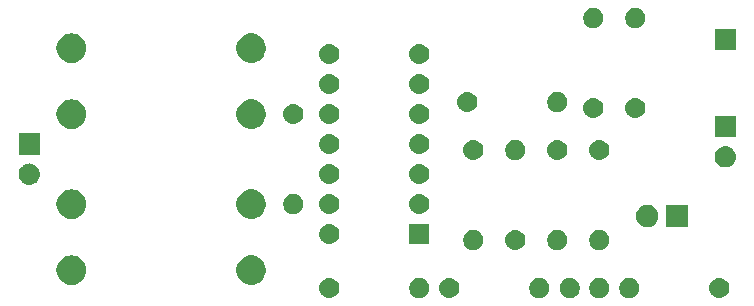
<source format=gbs>
G04 #@! TF.GenerationSoftware,KiCad,Pcbnew,5.0.2-bee76a0~70~ubuntu18.04.1*
G04 #@! TF.CreationDate,2019-03-27T19:33:44-04:00*
G04 #@! TF.ProjectId,linemonitor,6c696e65-6d6f-46e6-9974-6f722e6b6963,rev?*
G04 #@! TF.SameCoordinates,Original*
G04 #@! TF.FileFunction,Soldermask,Bot*
G04 #@! TF.FilePolarity,Negative*
%FSLAX46Y46*%
G04 Gerber Fmt 4.6, Leading zero omitted, Abs format (unit mm)*
G04 Created by KiCad (PCBNEW 5.0.2-bee76a0~70~ubuntu18.04.1) date Wed 27 Mar 2019 07:33:44 PM EDT*
%MOMM*%
%LPD*%
G01*
G04 APERTURE LIST*
%ADD10C,0.100000*%
G04 APERTURE END LIST*
D10*
G36*
X127166821Y-109397313D02*
X127166824Y-109397314D01*
X127166825Y-109397314D01*
X127327239Y-109445975D01*
X127327241Y-109445976D01*
X127327244Y-109445977D01*
X127475078Y-109524995D01*
X127604659Y-109631341D01*
X127711005Y-109760922D01*
X127790023Y-109908756D01*
X127790024Y-109908759D01*
X127790025Y-109908761D01*
X127838686Y-110069175D01*
X127838687Y-110069179D01*
X127855117Y-110236000D01*
X127838687Y-110402821D01*
X127838686Y-110402824D01*
X127838686Y-110402825D01*
X127813993Y-110484228D01*
X127790023Y-110563244D01*
X127711005Y-110711078D01*
X127604659Y-110840659D01*
X127475078Y-110947005D01*
X127327244Y-111026023D01*
X127327241Y-111026024D01*
X127327239Y-111026025D01*
X127166825Y-111074686D01*
X127166824Y-111074686D01*
X127166821Y-111074687D01*
X127041804Y-111087000D01*
X126958196Y-111087000D01*
X126833179Y-111074687D01*
X126833176Y-111074686D01*
X126833175Y-111074686D01*
X126672761Y-111026025D01*
X126672759Y-111026024D01*
X126672756Y-111026023D01*
X126524922Y-110947005D01*
X126395341Y-110840659D01*
X126288995Y-110711078D01*
X126209977Y-110563244D01*
X126186008Y-110484228D01*
X126161314Y-110402825D01*
X126161314Y-110402824D01*
X126161313Y-110402821D01*
X126144883Y-110236000D01*
X126161313Y-110069179D01*
X126161314Y-110069175D01*
X126209975Y-109908761D01*
X126209976Y-109908759D01*
X126209977Y-109908756D01*
X126288995Y-109760922D01*
X126395341Y-109631341D01*
X126524922Y-109524995D01*
X126672756Y-109445977D01*
X126672759Y-109445976D01*
X126672761Y-109445975D01*
X126833175Y-109397314D01*
X126833176Y-109397314D01*
X126833179Y-109397313D01*
X126958196Y-109385000D01*
X127041804Y-109385000D01*
X127166821Y-109397313D01*
X127166821Y-109397313D01*
G37*
G36*
X119628228Y-109417703D02*
X119783100Y-109481853D01*
X119922481Y-109574985D01*
X120041015Y-109693519D01*
X120134147Y-109832900D01*
X120198297Y-109987772D01*
X120231000Y-110152184D01*
X120231000Y-110319816D01*
X120198297Y-110484228D01*
X120134147Y-110639100D01*
X120041015Y-110778481D01*
X119922481Y-110897015D01*
X119783100Y-110990147D01*
X119628228Y-111054297D01*
X119463816Y-111087000D01*
X119296184Y-111087000D01*
X119131772Y-111054297D01*
X118976900Y-110990147D01*
X118837519Y-110897015D01*
X118718985Y-110778481D01*
X118625853Y-110639100D01*
X118561703Y-110484228D01*
X118529000Y-110319816D01*
X118529000Y-110152184D01*
X118561703Y-109987772D01*
X118625853Y-109832900D01*
X118718985Y-109693519D01*
X118837519Y-109574985D01*
X118976900Y-109481853D01*
X119131772Y-109417703D01*
X119296184Y-109385000D01*
X119463816Y-109385000D01*
X119628228Y-109417703D01*
X119628228Y-109417703D01*
G37*
G36*
X117088228Y-109417703D02*
X117243100Y-109481853D01*
X117382481Y-109574985D01*
X117501015Y-109693519D01*
X117594147Y-109832900D01*
X117658297Y-109987772D01*
X117691000Y-110152184D01*
X117691000Y-110319816D01*
X117658297Y-110484228D01*
X117594147Y-110639100D01*
X117501015Y-110778481D01*
X117382481Y-110897015D01*
X117243100Y-110990147D01*
X117088228Y-111054297D01*
X116923816Y-111087000D01*
X116756184Y-111087000D01*
X116591772Y-111054297D01*
X116436900Y-110990147D01*
X116297519Y-110897015D01*
X116178985Y-110778481D01*
X116085853Y-110639100D01*
X116021703Y-110484228D01*
X115989000Y-110319816D01*
X115989000Y-110152184D01*
X116021703Y-109987772D01*
X116085853Y-109832900D01*
X116178985Y-109693519D01*
X116297519Y-109574985D01*
X116436900Y-109481853D01*
X116591772Y-109417703D01*
X116756184Y-109385000D01*
X116923816Y-109385000D01*
X117088228Y-109417703D01*
X117088228Y-109417703D01*
G37*
G36*
X114588228Y-109417703D02*
X114743100Y-109481853D01*
X114882481Y-109574985D01*
X115001015Y-109693519D01*
X115094147Y-109832900D01*
X115158297Y-109987772D01*
X115191000Y-110152184D01*
X115191000Y-110319816D01*
X115158297Y-110484228D01*
X115094147Y-110639100D01*
X115001015Y-110778481D01*
X114882481Y-110897015D01*
X114743100Y-110990147D01*
X114588228Y-111054297D01*
X114423816Y-111087000D01*
X114256184Y-111087000D01*
X114091772Y-111054297D01*
X113936900Y-110990147D01*
X113797519Y-110897015D01*
X113678985Y-110778481D01*
X113585853Y-110639100D01*
X113521703Y-110484228D01*
X113489000Y-110319816D01*
X113489000Y-110152184D01*
X113521703Y-109987772D01*
X113585853Y-109832900D01*
X113678985Y-109693519D01*
X113797519Y-109574985D01*
X113936900Y-109481853D01*
X114091772Y-109417703D01*
X114256184Y-109385000D01*
X114423816Y-109385000D01*
X114588228Y-109417703D01*
X114588228Y-109417703D01*
G37*
G36*
X94146821Y-109397313D02*
X94146824Y-109397314D01*
X94146825Y-109397314D01*
X94307239Y-109445975D01*
X94307241Y-109445976D01*
X94307244Y-109445977D01*
X94455078Y-109524995D01*
X94584659Y-109631341D01*
X94691005Y-109760922D01*
X94770023Y-109908756D01*
X94770024Y-109908759D01*
X94770025Y-109908761D01*
X94818686Y-110069175D01*
X94818687Y-110069179D01*
X94835117Y-110236000D01*
X94818687Y-110402821D01*
X94818686Y-110402824D01*
X94818686Y-110402825D01*
X94793993Y-110484228D01*
X94770023Y-110563244D01*
X94691005Y-110711078D01*
X94584659Y-110840659D01*
X94455078Y-110947005D01*
X94307244Y-111026023D01*
X94307241Y-111026024D01*
X94307239Y-111026025D01*
X94146825Y-111074686D01*
X94146824Y-111074686D01*
X94146821Y-111074687D01*
X94021804Y-111087000D01*
X93938196Y-111087000D01*
X93813179Y-111074687D01*
X93813176Y-111074686D01*
X93813175Y-111074686D01*
X93652761Y-111026025D01*
X93652759Y-111026024D01*
X93652756Y-111026023D01*
X93504922Y-110947005D01*
X93375341Y-110840659D01*
X93268995Y-110711078D01*
X93189977Y-110563244D01*
X93166008Y-110484228D01*
X93141314Y-110402825D01*
X93141314Y-110402824D01*
X93141313Y-110402821D01*
X93124883Y-110236000D01*
X93141313Y-110069179D01*
X93141314Y-110069175D01*
X93189975Y-109908761D01*
X93189976Y-109908759D01*
X93189977Y-109908756D01*
X93268995Y-109760922D01*
X93375341Y-109631341D01*
X93504922Y-109524995D01*
X93652756Y-109445977D01*
X93652759Y-109445976D01*
X93652761Y-109445975D01*
X93813175Y-109397314D01*
X93813176Y-109397314D01*
X93813179Y-109397313D01*
X93938196Y-109385000D01*
X94021804Y-109385000D01*
X94146821Y-109397313D01*
X94146821Y-109397313D01*
G37*
G36*
X104306821Y-109397313D02*
X104306824Y-109397314D01*
X104306825Y-109397314D01*
X104467239Y-109445975D01*
X104467241Y-109445976D01*
X104467244Y-109445977D01*
X104615078Y-109524995D01*
X104744659Y-109631341D01*
X104851005Y-109760922D01*
X104930023Y-109908756D01*
X104930024Y-109908759D01*
X104930025Y-109908761D01*
X104978686Y-110069175D01*
X104978687Y-110069179D01*
X104995117Y-110236000D01*
X104978687Y-110402821D01*
X104978686Y-110402824D01*
X104978686Y-110402825D01*
X104953993Y-110484228D01*
X104930023Y-110563244D01*
X104851005Y-110711078D01*
X104744659Y-110840659D01*
X104615078Y-110947005D01*
X104467244Y-111026023D01*
X104467241Y-111026024D01*
X104467239Y-111026025D01*
X104306825Y-111074686D01*
X104306824Y-111074686D01*
X104306821Y-111074687D01*
X104181804Y-111087000D01*
X104098196Y-111087000D01*
X103973179Y-111074687D01*
X103973176Y-111074686D01*
X103973175Y-111074686D01*
X103812761Y-111026025D01*
X103812759Y-111026024D01*
X103812756Y-111026023D01*
X103664922Y-110947005D01*
X103535341Y-110840659D01*
X103428995Y-110711078D01*
X103349977Y-110563244D01*
X103326008Y-110484228D01*
X103301314Y-110402825D01*
X103301314Y-110402824D01*
X103301313Y-110402821D01*
X103284883Y-110236000D01*
X103301313Y-110069179D01*
X103301314Y-110069175D01*
X103349975Y-109908761D01*
X103349976Y-109908759D01*
X103349977Y-109908756D01*
X103428995Y-109760922D01*
X103535341Y-109631341D01*
X103664922Y-109524995D01*
X103812756Y-109445977D01*
X103812759Y-109445976D01*
X103812761Y-109445975D01*
X103973175Y-109397314D01*
X103973176Y-109397314D01*
X103973179Y-109397313D01*
X104098196Y-109385000D01*
X104181804Y-109385000D01*
X104306821Y-109397313D01*
X104306821Y-109397313D01*
G37*
G36*
X112008228Y-109417703D02*
X112163100Y-109481853D01*
X112302481Y-109574985D01*
X112421015Y-109693519D01*
X112514147Y-109832900D01*
X112578297Y-109987772D01*
X112611000Y-110152184D01*
X112611000Y-110319816D01*
X112578297Y-110484228D01*
X112514147Y-110639100D01*
X112421015Y-110778481D01*
X112302481Y-110897015D01*
X112163100Y-110990147D01*
X112008228Y-111054297D01*
X111843816Y-111087000D01*
X111676184Y-111087000D01*
X111511772Y-111054297D01*
X111356900Y-110990147D01*
X111217519Y-110897015D01*
X111098985Y-110778481D01*
X111005853Y-110639100D01*
X110941703Y-110484228D01*
X110909000Y-110319816D01*
X110909000Y-110152184D01*
X110941703Y-109987772D01*
X111005853Y-109832900D01*
X111098985Y-109693519D01*
X111217519Y-109574985D01*
X111356900Y-109481853D01*
X111511772Y-109417703D01*
X111676184Y-109385000D01*
X111843816Y-109385000D01*
X112008228Y-109417703D01*
X112008228Y-109417703D01*
G37*
G36*
X101848228Y-109417703D02*
X102003100Y-109481853D01*
X102142481Y-109574985D01*
X102261015Y-109693519D01*
X102354147Y-109832900D01*
X102418297Y-109987772D01*
X102451000Y-110152184D01*
X102451000Y-110319816D01*
X102418297Y-110484228D01*
X102354147Y-110639100D01*
X102261015Y-110778481D01*
X102142481Y-110897015D01*
X102003100Y-110990147D01*
X101848228Y-111054297D01*
X101683816Y-111087000D01*
X101516184Y-111087000D01*
X101351772Y-111054297D01*
X101196900Y-110990147D01*
X101057519Y-110897015D01*
X100938985Y-110778481D01*
X100845853Y-110639100D01*
X100781703Y-110484228D01*
X100749000Y-110319816D01*
X100749000Y-110152184D01*
X100781703Y-109987772D01*
X100845853Y-109832900D01*
X100938985Y-109693519D01*
X101057519Y-109574985D01*
X101196900Y-109481853D01*
X101351772Y-109417703D01*
X101516184Y-109385000D01*
X101683816Y-109385000D01*
X101848228Y-109417703D01*
X101848228Y-109417703D01*
G37*
G36*
X87559635Y-107473019D02*
X87740903Y-107509075D01*
X87968571Y-107603378D01*
X88063488Y-107666800D01*
X88173469Y-107740287D01*
X88347713Y-107914531D01*
X88347715Y-107914534D01*
X88484622Y-108119429D01*
X88578925Y-108347097D01*
X88627000Y-108588787D01*
X88627000Y-108835213D01*
X88578925Y-109076903D01*
X88484622Y-109304571D01*
X88390138Y-109445975D01*
X88347713Y-109509469D01*
X88173469Y-109683713D01*
X88173466Y-109683715D01*
X87968571Y-109820622D01*
X87740903Y-109914925D01*
X87590213Y-109944899D01*
X87499214Y-109963000D01*
X87252786Y-109963000D01*
X87161787Y-109944899D01*
X87011097Y-109914925D01*
X86783429Y-109820622D01*
X86578534Y-109683715D01*
X86578531Y-109683713D01*
X86404287Y-109509469D01*
X86361862Y-109445975D01*
X86267378Y-109304571D01*
X86173075Y-109076903D01*
X86125000Y-108835213D01*
X86125000Y-108588787D01*
X86173075Y-108347097D01*
X86267378Y-108119429D01*
X86404285Y-107914534D01*
X86404287Y-107914531D01*
X86578531Y-107740287D01*
X86688512Y-107666800D01*
X86783429Y-107603378D01*
X87011097Y-107509075D01*
X87192365Y-107473019D01*
X87252786Y-107461000D01*
X87499214Y-107461000D01*
X87559635Y-107473019D01*
X87559635Y-107473019D01*
G37*
G36*
X72381239Y-107479101D02*
X72617053Y-107550634D01*
X72834381Y-107666799D01*
X73024871Y-107823129D01*
X73181201Y-108013619D01*
X73297366Y-108230947D01*
X73368899Y-108466761D01*
X73393053Y-108712000D01*
X73368899Y-108957239D01*
X73297366Y-109193053D01*
X73181201Y-109410381D01*
X73024871Y-109600871D01*
X72834381Y-109757201D01*
X72617053Y-109873366D01*
X72381239Y-109944899D01*
X72197457Y-109963000D01*
X72074543Y-109963000D01*
X71890761Y-109944899D01*
X71654947Y-109873366D01*
X71437619Y-109757201D01*
X71247129Y-109600871D01*
X71090799Y-109410381D01*
X70974634Y-109193053D01*
X70903101Y-108957239D01*
X70878947Y-108712000D01*
X70903101Y-108466761D01*
X70974634Y-108230947D01*
X71090799Y-108013619D01*
X71247129Y-107823129D01*
X71437619Y-107666799D01*
X71654947Y-107550634D01*
X71890761Y-107479101D01*
X72074543Y-107461000D01*
X72197457Y-107461000D01*
X72381239Y-107479101D01*
X72381239Y-107479101D01*
G37*
G36*
X117088228Y-105353703D02*
X117243100Y-105417853D01*
X117382481Y-105510985D01*
X117501015Y-105629519D01*
X117594147Y-105768900D01*
X117658297Y-105923772D01*
X117691000Y-106088184D01*
X117691000Y-106255816D01*
X117658297Y-106420228D01*
X117594147Y-106575100D01*
X117501015Y-106714481D01*
X117382481Y-106833015D01*
X117243100Y-106926147D01*
X117088228Y-106990297D01*
X116923816Y-107023000D01*
X116756184Y-107023000D01*
X116591772Y-106990297D01*
X116436900Y-106926147D01*
X116297519Y-106833015D01*
X116178985Y-106714481D01*
X116085853Y-106575100D01*
X116021703Y-106420228D01*
X115989000Y-106255816D01*
X115989000Y-106088184D01*
X116021703Y-105923772D01*
X116085853Y-105768900D01*
X116178985Y-105629519D01*
X116297519Y-105510985D01*
X116436900Y-105417853D01*
X116591772Y-105353703D01*
X116756184Y-105321000D01*
X116923816Y-105321000D01*
X117088228Y-105353703D01*
X117088228Y-105353703D01*
G37*
G36*
X106420228Y-105353703D02*
X106575100Y-105417853D01*
X106714481Y-105510985D01*
X106833015Y-105629519D01*
X106926147Y-105768900D01*
X106990297Y-105923772D01*
X107023000Y-106088184D01*
X107023000Y-106255816D01*
X106990297Y-106420228D01*
X106926147Y-106575100D01*
X106833015Y-106714481D01*
X106714481Y-106833015D01*
X106575100Y-106926147D01*
X106420228Y-106990297D01*
X106255816Y-107023000D01*
X106088184Y-107023000D01*
X105923772Y-106990297D01*
X105768900Y-106926147D01*
X105629519Y-106833015D01*
X105510985Y-106714481D01*
X105417853Y-106575100D01*
X105353703Y-106420228D01*
X105321000Y-106255816D01*
X105321000Y-106088184D01*
X105353703Y-105923772D01*
X105417853Y-105768900D01*
X105510985Y-105629519D01*
X105629519Y-105510985D01*
X105768900Y-105417853D01*
X105923772Y-105353703D01*
X106088184Y-105321000D01*
X106255816Y-105321000D01*
X106420228Y-105353703D01*
X106420228Y-105353703D01*
G37*
G36*
X109894821Y-105333313D02*
X109894824Y-105333314D01*
X109894825Y-105333314D01*
X110055239Y-105381975D01*
X110055241Y-105381976D01*
X110055244Y-105381977D01*
X110203078Y-105460995D01*
X110332659Y-105567341D01*
X110439005Y-105696922D01*
X110518023Y-105844756D01*
X110518024Y-105844759D01*
X110518025Y-105844761D01*
X110562460Y-105991244D01*
X110566687Y-106005179D01*
X110583117Y-106172000D01*
X110566687Y-106338821D01*
X110566686Y-106338824D01*
X110566686Y-106338825D01*
X110531741Y-106454025D01*
X110518023Y-106499244D01*
X110439005Y-106647078D01*
X110332659Y-106776659D01*
X110203078Y-106883005D01*
X110055244Y-106962023D01*
X110055241Y-106962024D01*
X110055239Y-106962025D01*
X109894825Y-107010686D01*
X109894824Y-107010686D01*
X109894821Y-107010687D01*
X109769804Y-107023000D01*
X109686196Y-107023000D01*
X109561179Y-107010687D01*
X109561176Y-107010686D01*
X109561175Y-107010686D01*
X109400761Y-106962025D01*
X109400759Y-106962024D01*
X109400756Y-106962023D01*
X109252922Y-106883005D01*
X109123341Y-106776659D01*
X109016995Y-106647078D01*
X108937977Y-106499244D01*
X108924260Y-106454025D01*
X108889314Y-106338825D01*
X108889314Y-106338824D01*
X108889313Y-106338821D01*
X108872883Y-106172000D01*
X108889313Y-106005179D01*
X108893540Y-105991244D01*
X108937975Y-105844761D01*
X108937976Y-105844759D01*
X108937977Y-105844756D01*
X109016995Y-105696922D01*
X109123341Y-105567341D01*
X109252922Y-105460995D01*
X109400756Y-105381977D01*
X109400759Y-105381976D01*
X109400761Y-105381975D01*
X109561175Y-105333314D01*
X109561176Y-105333314D01*
X109561179Y-105333313D01*
X109686196Y-105321000D01*
X109769804Y-105321000D01*
X109894821Y-105333313D01*
X109894821Y-105333313D01*
G37*
G36*
X113532228Y-105353703D02*
X113687100Y-105417853D01*
X113826481Y-105510985D01*
X113945015Y-105629519D01*
X114038147Y-105768900D01*
X114102297Y-105923772D01*
X114135000Y-106088184D01*
X114135000Y-106255816D01*
X114102297Y-106420228D01*
X114038147Y-106575100D01*
X113945015Y-106714481D01*
X113826481Y-106833015D01*
X113687100Y-106926147D01*
X113532228Y-106990297D01*
X113367816Y-107023000D01*
X113200184Y-107023000D01*
X113035772Y-106990297D01*
X112880900Y-106926147D01*
X112741519Y-106833015D01*
X112622985Y-106714481D01*
X112529853Y-106575100D01*
X112465703Y-106420228D01*
X112433000Y-106255816D01*
X112433000Y-106088184D01*
X112465703Y-105923772D01*
X112529853Y-105768900D01*
X112622985Y-105629519D01*
X112741519Y-105510985D01*
X112880900Y-105417853D01*
X113035772Y-105353703D01*
X113200184Y-105321000D01*
X113367816Y-105321000D01*
X113532228Y-105353703D01*
X113532228Y-105353703D01*
G37*
G36*
X102451000Y-106515000D02*
X100749000Y-106515000D01*
X100749000Y-104813000D01*
X102451000Y-104813000D01*
X102451000Y-106515000D01*
X102451000Y-106515000D01*
G37*
G36*
X94146821Y-104825313D02*
X94146824Y-104825314D01*
X94146825Y-104825314D01*
X94307239Y-104873975D01*
X94307241Y-104873976D01*
X94307244Y-104873977D01*
X94455078Y-104952995D01*
X94584659Y-105059341D01*
X94691005Y-105188922D01*
X94770023Y-105336756D01*
X94770024Y-105336759D01*
X94770025Y-105336761D01*
X94783741Y-105381977D01*
X94818687Y-105497179D01*
X94835117Y-105664000D01*
X94818687Y-105830821D01*
X94818686Y-105830824D01*
X94818686Y-105830825D01*
X94790491Y-105923772D01*
X94770023Y-105991244D01*
X94691005Y-106139078D01*
X94584659Y-106268659D01*
X94455078Y-106375005D01*
X94307244Y-106454023D01*
X94307241Y-106454024D01*
X94307239Y-106454025D01*
X94146825Y-106502686D01*
X94146824Y-106502686D01*
X94146821Y-106502687D01*
X94021804Y-106515000D01*
X93938196Y-106515000D01*
X93813179Y-106502687D01*
X93813176Y-106502686D01*
X93813175Y-106502686D01*
X93652761Y-106454025D01*
X93652759Y-106454024D01*
X93652756Y-106454023D01*
X93504922Y-106375005D01*
X93375341Y-106268659D01*
X93268995Y-106139078D01*
X93189977Y-105991244D01*
X93169510Y-105923772D01*
X93141314Y-105830825D01*
X93141314Y-105830824D01*
X93141313Y-105830821D01*
X93124883Y-105664000D01*
X93141313Y-105497179D01*
X93176259Y-105381977D01*
X93189975Y-105336761D01*
X93189976Y-105336759D01*
X93189977Y-105336756D01*
X93268995Y-105188922D01*
X93375341Y-105059341D01*
X93504922Y-104952995D01*
X93652756Y-104873977D01*
X93652759Y-104873976D01*
X93652761Y-104873975D01*
X93813175Y-104825314D01*
X93813176Y-104825314D01*
X93813179Y-104825313D01*
X93938196Y-104813000D01*
X94021804Y-104813000D01*
X94146821Y-104825313D01*
X94146821Y-104825313D01*
G37*
G36*
X124395000Y-105091000D02*
X122493000Y-105091000D01*
X122493000Y-103189000D01*
X124395000Y-103189000D01*
X124395000Y-105091000D01*
X124395000Y-105091000D01*
G37*
G36*
X121181396Y-103225546D02*
X121354466Y-103297234D01*
X121510230Y-103401312D01*
X121642688Y-103533770D01*
X121746766Y-103689534D01*
X121818454Y-103862604D01*
X121855000Y-104046333D01*
X121855000Y-104233667D01*
X121818454Y-104417396D01*
X121746766Y-104590466D01*
X121642688Y-104746230D01*
X121510230Y-104878688D01*
X121354466Y-104982766D01*
X121181396Y-105054454D01*
X120997667Y-105091000D01*
X120810333Y-105091000D01*
X120626604Y-105054454D01*
X120453534Y-104982766D01*
X120297770Y-104878688D01*
X120165312Y-104746230D01*
X120061234Y-104590466D01*
X119989546Y-104417396D01*
X119953000Y-104233667D01*
X119953000Y-104046333D01*
X119989546Y-103862604D01*
X120061234Y-103689534D01*
X120165312Y-103533770D01*
X120297770Y-103401312D01*
X120453534Y-103297234D01*
X120626604Y-103225546D01*
X120810333Y-103189000D01*
X120997667Y-103189000D01*
X121181396Y-103225546D01*
X121181396Y-103225546D01*
G37*
G36*
X87559636Y-101885019D02*
X87740903Y-101921075D01*
X87968571Y-102015378D01*
X88063488Y-102078800D01*
X88173469Y-102152287D01*
X88347713Y-102326531D01*
X88347715Y-102326534D01*
X88484622Y-102531429D01*
X88578925Y-102759097D01*
X88627000Y-103000787D01*
X88627000Y-103247213D01*
X88578925Y-103488903D01*
X88484622Y-103716571D01*
X88376660Y-103878147D01*
X88347713Y-103921469D01*
X88173469Y-104095713D01*
X88173466Y-104095715D01*
X87968571Y-104232622D01*
X87740903Y-104326925D01*
X87590213Y-104356899D01*
X87499214Y-104375000D01*
X87252786Y-104375000D01*
X87161787Y-104356899D01*
X87011097Y-104326925D01*
X86783429Y-104232622D01*
X86578534Y-104095715D01*
X86578531Y-104095713D01*
X86404287Y-103921469D01*
X86375340Y-103878147D01*
X86267378Y-103716571D01*
X86173075Y-103488903D01*
X86125000Y-103247213D01*
X86125000Y-103000787D01*
X86173075Y-102759097D01*
X86267378Y-102531429D01*
X86404285Y-102326534D01*
X86404287Y-102326531D01*
X86578531Y-102152287D01*
X86688512Y-102078800D01*
X86783429Y-102015378D01*
X87011097Y-101921075D01*
X87192365Y-101885019D01*
X87252786Y-101873000D01*
X87499214Y-101873000D01*
X87559636Y-101885019D01*
X87559636Y-101885019D01*
G37*
G36*
X72381239Y-101891101D02*
X72617053Y-101962634D01*
X72834381Y-102078799D01*
X73024871Y-102235129D01*
X73181201Y-102425619D01*
X73297366Y-102642947D01*
X73368899Y-102878761D01*
X73393053Y-103124000D01*
X73368899Y-103369239D01*
X73297366Y-103605053D01*
X73181201Y-103822381D01*
X73024871Y-104012871D01*
X72834381Y-104169201D01*
X72617053Y-104285366D01*
X72381239Y-104356899D01*
X72197457Y-104375000D01*
X72074543Y-104375000D01*
X71890761Y-104356899D01*
X71654947Y-104285366D01*
X71437619Y-104169201D01*
X71247129Y-104012871D01*
X71090799Y-103822381D01*
X70974634Y-103605053D01*
X70903101Y-103369239D01*
X70878947Y-103124000D01*
X70903101Y-102878761D01*
X70974634Y-102642947D01*
X71090799Y-102425619D01*
X71247129Y-102235129D01*
X71437619Y-102078799D01*
X71654947Y-101962634D01*
X71890761Y-101891101D01*
X72074543Y-101873000D01*
X72197457Y-101873000D01*
X72381239Y-101891101D01*
X72381239Y-101891101D01*
G37*
G36*
X91180228Y-102305703D02*
X91335100Y-102369853D01*
X91474481Y-102462985D01*
X91593015Y-102581519D01*
X91686147Y-102720900D01*
X91750297Y-102875772D01*
X91783000Y-103040184D01*
X91783000Y-103207816D01*
X91750297Y-103372228D01*
X91686147Y-103527100D01*
X91593015Y-103666481D01*
X91474481Y-103785015D01*
X91335100Y-103878147D01*
X91180228Y-103942297D01*
X91015816Y-103975000D01*
X90848184Y-103975000D01*
X90683772Y-103942297D01*
X90528900Y-103878147D01*
X90389519Y-103785015D01*
X90270985Y-103666481D01*
X90177853Y-103527100D01*
X90113703Y-103372228D01*
X90081000Y-103207816D01*
X90081000Y-103040184D01*
X90113703Y-102875772D01*
X90177853Y-102720900D01*
X90270985Y-102581519D01*
X90389519Y-102462985D01*
X90528900Y-102369853D01*
X90683772Y-102305703D01*
X90848184Y-102273000D01*
X91015816Y-102273000D01*
X91180228Y-102305703D01*
X91180228Y-102305703D01*
G37*
G36*
X101766821Y-102285313D02*
X101766824Y-102285314D01*
X101766825Y-102285314D01*
X101927239Y-102333975D01*
X101927241Y-102333976D01*
X101927244Y-102333977D01*
X102075078Y-102412995D01*
X102204659Y-102519341D01*
X102311005Y-102648922D01*
X102390023Y-102796756D01*
X102390024Y-102796759D01*
X102390025Y-102796761D01*
X102438686Y-102957175D01*
X102438687Y-102957179D01*
X102455117Y-103124000D01*
X102438687Y-103290821D01*
X102438686Y-103290824D01*
X102438686Y-103290825D01*
X102405171Y-103401310D01*
X102390023Y-103451244D01*
X102311005Y-103599078D01*
X102204659Y-103728659D01*
X102075078Y-103835005D01*
X101927244Y-103914023D01*
X101927241Y-103914024D01*
X101927239Y-103914025D01*
X101766825Y-103962686D01*
X101766824Y-103962686D01*
X101766821Y-103962687D01*
X101641804Y-103975000D01*
X101558196Y-103975000D01*
X101433179Y-103962687D01*
X101433176Y-103962686D01*
X101433175Y-103962686D01*
X101272761Y-103914025D01*
X101272759Y-103914024D01*
X101272756Y-103914023D01*
X101124922Y-103835005D01*
X100995341Y-103728659D01*
X100888995Y-103599078D01*
X100809977Y-103451244D01*
X100794830Y-103401310D01*
X100761314Y-103290825D01*
X100761314Y-103290824D01*
X100761313Y-103290821D01*
X100744883Y-103124000D01*
X100761313Y-102957179D01*
X100761314Y-102957175D01*
X100809975Y-102796761D01*
X100809976Y-102796759D01*
X100809977Y-102796756D01*
X100888995Y-102648922D01*
X100995341Y-102519341D01*
X101124922Y-102412995D01*
X101272756Y-102333977D01*
X101272759Y-102333976D01*
X101272761Y-102333975D01*
X101433175Y-102285314D01*
X101433176Y-102285314D01*
X101433179Y-102285313D01*
X101558196Y-102273000D01*
X101641804Y-102273000D01*
X101766821Y-102285313D01*
X101766821Y-102285313D01*
G37*
G36*
X94146821Y-102285313D02*
X94146824Y-102285314D01*
X94146825Y-102285314D01*
X94307239Y-102333975D01*
X94307241Y-102333976D01*
X94307244Y-102333977D01*
X94455078Y-102412995D01*
X94584659Y-102519341D01*
X94691005Y-102648922D01*
X94770023Y-102796756D01*
X94770024Y-102796759D01*
X94770025Y-102796761D01*
X94818686Y-102957175D01*
X94818687Y-102957179D01*
X94835117Y-103124000D01*
X94818687Y-103290821D01*
X94818686Y-103290824D01*
X94818686Y-103290825D01*
X94785171Y-103401310D01*
X94770023Y-103451244D01*
X94691005Y-103599078D01*
X94584659Y-103728659D01*
X94455078Y-103835005D01*
X94307244Y-103914023D01*
X94307241Y-103914024D01*
X94307239Y-103914025D01*
X94146825Y-103962686D01*
X94146824Y-103962686D01*
X94146821Y-103962687D01*
X94021804Y-103975000D01*
X93938196Y-103975000D01*
X93813179Y-103962687D01*
X93813176Y-103962686D01*
X93813175Y-103962686D01*
X93652761Y-103914025D01*
X93652759Y-103914024D01*
X93652756Y-103914023D01*
X93504922Y-103835005D01*
X93375341Y-103728659D01*
X93268995Y-103599078D01*
X93189977Y-103451244D01*
X93174830Y-103401310D01*
X93141314Y-103290825D01*
X93141314Y-103290824D01*
X93141313Y-103290821D01*
X93124883Y-103124000D01*
X93141313Y-102957179D01*
X93141314Y-102957175D01*
X93189975Y-102796761D01*
X93189976Y-102796759D01*
X93189977Y-102796756D01*
X93268995Y-102648922D01*
X93375341Y-102519341D01*
X93504922Y-102412995D01*
X93652756Y-102333977D01*
X93652759Y-102333976D01*
X93652761Y-102333975D01*
X93813175Y-102285314D01*
X93813176Y-102285314D01*
X93813179Y-102285313D01*
X93938196Y-102273000D01*
X94021804Y-102273000D01*
X94146821Y-102285313D01*
X94146821Y-102285313D01*
G37*
G36*
X68690442Y-99689518D02*
X68756627Y-99696037D01*
X68869853Y-99730384D01*
X68926467Y-99747557D01*
X69013311Y-99793977D01*
X69082991Y-99831222D01*
X69118729Y-99860552D01*
X69220186Y-99943814D01*
X69275703Y-100011463D01*
X69332778Y-100081009D01*
X69332779Y-100081011D01*
X69416443Y-100237533D01*
X69433616Y-100294147D01*
X69467963Y-100407373D01*
X69485359Y-100584000D01*
X69467963Y-100760627D01*
X69433616Y-100873853D01*
X69416443Y-100930467D01*
X69347698Y-101059078D01*
X69332778Y-101086991D01*
X69303448Y-101122729D01*
X69220186Y-101224186D01*
X69118729Y-101307448D01*
X69082991Y-101336778D01*
X69082989Y-101336779D01*
X68926467Y-101420443D01*
X68919069Y-101422687D01*
X68756627Y-101471963D01*
X68690443Y-101478481D01*
X68624260Y-101485000D01*
X68535740Y-101485000D01*
X68469557Y-101478481D01*
X68403373Y-101471963D01*
X68240931Y-101422687D01*
X68233533Y-101420443D01*
X68077011Y-101336779D01*
X68077009Y-101336778D01*
X68041271Y-101307448D01*
X67939814Y-101224186D01*
X67856552Y-101122729D01*
X67827222Y-101086991D01*
X67812302Y-101059078D01*
X67743557Y-100930467D01*
X67726384Y-100873853D01*
X67692037Y-100760627D01*
X67674641Y-100584000D01*
X67692037Y-100407373D01*
X67726384Y-100294147D01*
X67743557Y-100237533D01*
X67827221Y-100081011D01*
X67827222Y-100081009D01*
X67884297Y-100011463D01*
X67939814Y-99943814D01*
X68041271Y-99860552D01*
X68077009Y-99831222D01*
X68146689Y-99793977D01*
X68233533Y-99747557D01*
X68290147Y-99730384D01*
X68403373Y-99696037D01*
X68469558Y-99689518D01*
X68535740Y-99683000D01*
X68624260Y-99683000D01*
X68690442Y-99689518D01*
X68690442Y-99689518D01*
G37*
G36*
X94146821Y-99745313D02*
X94146824Y-99745314D01*
X94146825Y-99745314D01*
X94307239Y-99793975D01*
X94307241Y-99793976D01*
X94307244Y-99793977D01*
X94455078Y-99872995D01*
X94584659Y-99979341D01*
X94691005Y-100108922D01*
X94770023Y-100256756D01*
X94770024Y-100256759D01*
X94770025Y-100256761D01*
X94815713Y-100407375D01*
X94818687Y-100417179D01*
X94835117Y-100584000D01*
X94818687Y-100750821D01*
X94818686Y-100750824D01*
X94818686Y-100750825D01*
X94815713Y-100760627D01*
X94770023Y-100911244D01*
X94691005Y-101059078D01*
X94584659Y-101188659D01*
X94455078Y-101295005D01*
X94307244Y-101374023D01*
X94307241Y-101374024D01*
X94307239Y-101374025D01*
X94146825Y-101422686D01*
X94146824Y-101422686D01*
X94146821Y-101422687D01*
X94021804Y-101435000D01*
X93938196Y-101435000D01*
X93813179Y-101422687D01*
X93813176Y-101422686D01*
X93813175Y-101422686D01*
X93652761Y-101374025D01*
X93652759Y-101374024D01*
X93652756Y-101374023D01*
X93504922Y-101295005D01*
X93375341Y-101188659D01*
X93268995Y-101059078D01*
X93189977Y-100911244D01*
X93144288Y-100760627D01*
X93141314Y-100750825D01*
X93141314Y-100750824D01*
X93141313Y-100750821D01*
X93124883Y-100584000D01*
X93141313Y-100417179D01*
X93144287Y-100407375D01*
X93189975Y-100256761D01*
X93189976Y-100256759D01*
X93189977Y-100256756D01*
X93268995Y-100108922D01*
X93375341Y-99979341D01*
X93504922Y-99872995D01*
X93652756Y-99793977D01*
X93652759Y-99793976D01*
X93652761Y-99793975D01*
X93813175Y-99745314D01*
X93813176Y-99745314D01*
X93813179Y-99745313D01*
X93938196Y-99733000D01*
X94021804Y-99733000D01*
X94146821Y-99745313D01*
X94146821Y-99745313D01*
G37*
G36*
X101766821Y-99745313D02*
X101766824Y-99745314D01*
X101766825Y-99745314D01*
X101927239Y-99793975D01*
X101927241Y-99793976D01*
X101927244Y-99793977D01*
X102075078Y-99872995D01*
X102204659Y-99979341D01*
X102311005Y-100108922D01*
X102390023Y-100256756D01*
X102390024Y-100256759D01*
X102390025Y-100256761D01*
X102435713Y-100407375D01*
X102438687Y-100417179D01*
X102455117Y-100584000D01*
X102438687Y-100750821D01*
X102438686Y-100750824D01*
X102438686Y-100750825D01*
X102435713Y-100760627D01*
X102390023Y-100911244D01*
X102311005Y-101059078D01*
X102204659Y-101188659D01*
X102075078Y-101295005D01*
X101927244Y-101374023D01*
X101927241Y-101374024D01*
X101927239Y-101374025D01*
X101766825Y-101422686D01*
X101766824Y-101422686D01*
X101766821Y-101422687D01*
X101641804Y-101435000D01*
X101558196Y-101435000D01*
X101433179Y-101422687D01*
X101433176Y-101422686D01*
X101433175Y-101422686D01*
X101272761Y-101374025D01*
X101272759Y-101374024D01*
X101272756Y-101374023D01*
X101124922Y-101295005D01*
X100995341Y-101188659D01*
X100888995Y-101059078D01*
X100809977Y-100911244D01*
X100764288Y-100760627D01*
X100761314Y-100750825D01*
X100761314Y-100750824D01*
X100761313Y-100750821D01*
X100744883Y-100584000D01*
X100761313Y-100417179D01*
X100764287Y-100407375D01*
X100809975Y-100256761D01*
X100809976Y-100256759D01*
X100809977Y-100256756D01*
X100888995Y-100108922D01*
X100995341Y-99979341D01*
X101124922Y-99872995D01*
X101272756Y-99793977D01*
X101272759Y-99793976D01*
X101272761Y-99793975D01*
X101433175Y-99745314D01*
X101433176Y-99745314D01*
X101433179Y-99745313D01*
X101558196Y-99733000D01*
X101641804Y-99733000D01*
X101766821Y-99745313D01*
X101766821Y-99745313D01*
G37*
G36*
X127618443Y-98229019D02*
X127684627Y-98235537D01*
X127797853Y-98269884D01*
X127854467Y-98287057D01*
X127993087Y-98361152D01*
X128010991Y-98370722D01*
X128046729Y-98400052D01*
X128148186Y-98483314D01*
X128204554Y-98552000D01*
X128260778Y-98620509D01*
X128260779Y-98620511D01*
X128344443Y-98777033D01*
X128344443Y-98777034D01*
X128395963Y-98946873D01*
X128413359Y-99123500D01*
X128395963Y-99300127D01*
X128374677Y-99370297D01*
X128344443Y-99469967D01*
X128270348Y-99608587D01*
X128260778Y-99626491D01*
X128231448Y-99662229D01*
X128148186Y-99763686D01*
X128065893Y-99831221D01*
X128010991Y-99876278D01*
X128010989Y-99876279D01*
X127854467Y-99959943D01*
X127797853Y-99977116D01*
X127684627Y-100011463D01*
X127618443Y-100017981D01*
X127552260Y-100024500D01*
X127463740Y-100024500D01*
X127397557Y-100017981D01*
X127331373Y-100011463D01*
X127218147Y-99977116D01*
X127161533Y-99959943D01*
X127005011Y-99876279D01*
X127005009Y-99876278D01*
X126950107Y-99831221D01*
X126867814Y-99763686D01*
X126784552Y-99662229D01*
X126755222Y-99626491D01*
X126745652Y-99608587D01*
X126671557Y-99469967D01*
X126641323Y-99370297D01*
X126620037Y-99300127D01*
X126602641Y-99123500D01*
X126620037Y-98946873D01*
X126671557Y-98777034D01*
X126671557Y-98777033D01*
X126755221Y-98620511D01*
X126755222Y-98620509D01*
X126811446Y-98552000D01*
X126867814Y-98483314D01*
X126969271Y-98400052D01*
X127005009Y-98370722D01*
X127022913Y-98361152D01*
X127161533Y-98287057D01*
X127218147Y-98269884D01*
X127331373Y-98235537D01*
X127397557Y-98229019D01*
X127463740Y-98222500D01*
X127552260Y-98222500D01*
X127618443Y-98229019D01*
X127618443Y-98229019D01*
G37*
G36*
X117006821Y-97713313D02*
X117006824Y-97713314D01*
X117006825Y-97713314D01*
X117167239Y-97761975D01*
X117167241Y-97761976D01*
X117167244Y-97761977D01*
X117315078Y-97840995D01*
X117444659Y-97947341D01*
X117551005Y-98076922D01*
X117630023Y-98224756D01*
X117630024Y-98224759D01*
X117630025Y-98224761D01*
X117674460Y-98371244D01*
X117678687Y-98385179D01*
X117695117Y-98552000D01*
X117678687Y-98718821D01*
X117678686Y-98718824D01*
X117678686Y-98718825D01*
X117643741Y-98834025D01*
X117630023Y-98879244D01*
X117551005Y-99027078D01*
X117444659Y-99156659D01*
X117315078Y-99263005D01*
X117167244Y-99342023D01*
X117167241Y-99342024D01*
X117167239Y-99342025D01*
X117006825Y-99390686D01*
X117006824Y-99390686D01*
X117006821Y-99390687D01*
X116881804Y-99403000D01*
X116798196Y-99403000D01*
X116673179Y-99390687D01*
X116673176Y-99390686D01*
X116673175Y-99390686D01*
X116512761Y-99342025D01*
X116512759Y-99342024D01*
X116512756Y-99342023D01*
X116364922Y-99263005D01*
X116235341Y-99156659D01*
X116128995Y-99027078D01*
X116049977Y-98879244D01*
X116036260Y-98834025D01*
X116001314Y-98718825D01*
X116001314Y-98718824D01*
X116001313Y-98718821D01*
X115984883Y-98552000D01*
X116001313Y-98385179D01*
X116005540Y-98371244D01*
X116049975Y-98224761D01*
X116049976Y-98224759D01*
X116049977Y-98224756D01*
X116128995Y-98076922D01*
X116235341Y-97947341D01*
X116364922Y-97840995D01*
X116512756Y-97761977D01*
X116512759Y-97761976D01*
X116512761Y-97761975D01*
X116673175Y-97713314D01*
X116673176Y-97713314D01*
X116673179Y-97713313D01*
X116798196Y-97701000D01*
X116881804Y-97701000D01*
X117006821Y-97713313D01*
X117006821Y-97713313D01*
G37*
G36*
X106338821Y-97713313D02*
X106338824Y-97713314D01*
X106338825Y-97713314D01*
X106499239Y-97761975D01*
X106499241Y-97761976D01*
X106499244Y-97761977D01*
X106647078Y-97840995D01*
X106776659Y-97947341D01*
X106883005Y-98076922D01*
X106962023Y-98224756D01*
X106962024Y-98224759D01*
X106962025Y-98224761D01*
X107006460Y-98371244D01*
X107010687Y-98385179D01*
X107027117Y-98552000D01*
X107010687Y-98718821D01*
X107010686Y-98718824D01*
X107010686Y-98718825D01*
X106975741Y-98834025D01*
X106962023Y-98879244D01*
X106883005Y-99027078D01*
X106776659Y-99156659D01*
X106647078Y-99263005D01*
X106499244Y-99342023D01*
X106499241Y-99342024D01*
X106499239Y-99342025D01*
X106338825Y-99390686D01*
X106338824Y-99390686D01*
X106338821Y-99390687D01*
X106213804Y-99403000D01*
X106130196Y-99403000D01*
X106005179Y-99390687D01*
X106005176Y-99390686D01*
X106005175Y-99390686D01*
X105844761Y-99342025D01*
X105844759Y-99342024D01*
X105844756Y-99342023D01*
X105696922Y-99263005D01*
X105567341Y-99156659D01*
X105460995Y-99027078D01*
X105381977Y-98879244D01*
X105368260Y-98834025D01*
X105333314Y-98718825D01*
X105333314Y-98718824D01*
X105333313Y-98718821D01*
X105316883Y-98552000D01*
X105333313Y-98385179D01*
X105337540Y-98371244D01*
X105381975Y-98224761D01*
X105381976Y-98224759D01*
X105381977Y-98224756D01*
X105460995Y-98076922D01*
X105567341Y-97947341D01*
X105696922Y-97840995D01*
X105844756Y-97761977D01*
X105844759Y-97761976D01*
X105844761Y-97761975D01*
X106005175Y-97713314D01*
X106005176Y-97713314D01*
X106005179Y-97713313D01*
X106130196Y-97701000D01*
X106213804Y-97701000D01*
X106338821Y-97713313D01*
X106338821Y-97713313D01*
G37*
G36*
X113450821Y-97713313D02*
X113450824Y-97713314D01*
X113450825Y-97713314D01*
X113611239Y-97761975D01*
X113611241Y-97761976D01*
X113611244Y-97761977D01*
X113759078Y-97840995D01*
X113888659Y-97947341D01*
X113995005Y-98076922D01*
X114074023Y-98224756D01*
X114074024Y-98224759D01*
X114074025Y-98224761D01*
X114118460Y-98371244D01*
X114122687Y-98385179D01*
X114139117Y-98552000D01*
X114122687Y-98718821D01*
X114122686Y-98718824D01*
X114122686Y-98718825D01*
X114087741Y-98834025D01*
X114074023Y-98879244D01*
X113995005Y-99027078D01*
X113888659Y-99156659D01*
X113759078Y-99263005D01*
X113611244Y-99342023D01*
X113611241Y-99342024D01*
X113611239Y-99342025D01*
X113450825Y-99390686D01*
X113450824Y-99390686D01*
X113450821Y-99390687D01*
X113325804Y-99403000D01*
X113242196Y-99403000D01*
X113117179Y-99390687D01*
X113117176Y-99390686D01*
X113117175Y-99390686D01*
X112956761Y-99342025D01*
X112956759Y-99342024D01*
X112956756Y-99342023D01*
X112808922Y-99263005D01*
X112679341Y-99156659D01*
X112572995Y-99027078D01*
X112493977Y-98879244D01*
X112480260Y-98834025D01*
X112445314Y-98718825D01*
X112445314Y-98718824D01*
X112445313Y-98718821D01*
X112428883Y-98552000D01*
X112445313Y-98385179D01*
X112449540Y-98371244D01*
X112493975Y-98224761D01*
X112493976Y-98224759D01*
X112493977Y-98224756D01*
X112572995Y-98076922D01*
X112679341Y-97947341D01*
X112808922Y-97840995D01*
X112956756Y-97761977D01*
X112956759Y-97761976D01*
X112956761Y-97761975D01*
X113117175Y-97713314D01*
X113117176Y-97713314D01*
X113117179Y-97713313D01*
X113242196Y-97701000D01*
X113325804Y-97701000D01*
X113450821Y-97713313D01*
X113450821Y-97713313D01*
G37*
G36*
X109976228Y-97733703D02*
X110131100Y-97797853D01*
X110270481Y-97890985D01*
X110389015Y-98009519D01*
X110482147Y-98148900D01*
X110546297Y-98303772D01*
X110579000Y-98468184D01*
X110579000Y-98635816D01*
X110546297Y-98800228D01*
X110482147Y-98955100D01*
X110389015Y-99094481D01*
X110270481Y-99213015D01*
X110131100Y-99306147D01*
X109976228Y-99370297D01*
X109811816Y-99403000D01*
X109644184Y-99403000D01*
X109479772Y-99370297D01*
X109324900Y-99306147D01*
X109185519Y-99213015D01*
X109066985Y-99094481D01*
X108973853Y-98955100D01*
X108909703Y-98800228D01*
X108877000Y-98635816D01*
X108877000Y-98468184D01*
X108909703Y-98303772D01*
X108973853Y-98148900D01*
X109066985Y-98009519D01*
X109185519Y-97890985D01*
X109324900Y-97797853D01*
X109479772Y-97733703D01*
X109644184Y-97701000D01*
X109811816Y-97701000D01*
X109976228Y-97733703D01*
X109976228Y-97733703D01*
G37*
G36*
X69481000Y-98945000D02*
X67679000Y-98945000D01*
X67679000Y-97143000D01*
X69481000Y-97143000D01*
X69481000Y-98945000D01*
X69481000Y-98945000D01*
G37*
G36*
X94146821Y-97205313D02*
X94146824Y-97205314D01*
X94146825Y-97205314D01*
X94307239Y-97253975D01*
X94307241Y-97253976D01*
X94307244Y-97253977D01*
X94455078Y-97332995D01*
X94584659Y-97439341D01*
X94691005Y-97568922D01*
X94770023Y-97716756D01*
X94770024Y-97716759D01*
X94770025Y-97716761D01*
X94783741Y-97761977D01*
X94818687Y-97877179D01*
X94835117Y-98044000D01*
X94818687Y-98210821D01*
X94818686Y-98210824D01*
X94818686Y-98210825D01*
X94770182Y-98370722D01*
X94770023Y-98371244D01*
X94691005Y-98519078D01*
X94584659Y-98648659D01*
X94455078Y-98755005D01*
X94307244Y-98834023D01*
X94307241Y-98834024D01*
X94307239Y-98834025D01*
X94146825Y-98882686D01*
X94146824Y-98882686D01*
X94146821Y-98882687D01*
X94021804Y-98895000D01*
X93938196Y-98895000D01*
X93813179Y-98882687D01*
X93813176Y-98882686D01*
X93813175Y-98882686D01*
X93652761Y-98834025D01*
X93652759Y-98834024D01*
X93652756Y-98834023D01*
X93504922Y-98755005D01*
X93375341Y-98648659D01*
X93268995Y-98519078D01*
X93189977Y-98371244D01*
X93189819Y-98370722D01*
X93141314Y-98210825D01*
X93141314Y-98210824D01*
X93141313Y-98210821D01*
X93124883Y-98044000D01*
X93141313Y-97877179D01*
X93176259Y-97761977D01*
X93189975Y-97716761D01*
X93189976Y-97716759D01*
X93189977Y-97716756D01*
X93268995Y-97568922D01*
X93375341Y-97439341D01*
X93504922Y-97332995D01*
X93652756Y-97253977D01*
X93652759Y-97253976D01*
X93652761Y-97253975D01*
X93813175Y-97205314D01*
X93813176Y-97205314D01*
X93813179Y-97205313D01*
X93938196Y-97193000D01*
X94021804Y-97193000D01*
X94146821Y-97205313D01*
X94146821Y-97205313D01*
G37*
G36*
X101766821Y-97205313D02*
X101766824Y-97205314D01*
X101766825Y-97205314D01*
X101927239Y-97253975D01*
X101927241Y-97253976D01*
X101927244Y-97253977D01*
X102075078Y-97332995D01*
X102204659Y-97439341D01*
X102311005Y-97568922D01*
X102390023Y-97716756D01*
X102390024Y-97716759D01*
X102390025Y-97716761D01*
X102403741Y-97761977D01*
X102438687Y-97877179D01*
X102455117Y-98044000D01*
X102438687Y-98210821D01*
X102438686Y-98210824D01*
X102438686Y-98210825D01*
X102390182Y-98370722D01*
X102390023Y-98371244D01*
X102311005Y-98519078D01*
X102204659Y-98648659D01*
X102075078Y-98755005D01*
X101927244Y-98834023D01*
X101927241Y-98834024D01*
X101927239Y-98834025D01*
X101766825Y-98882686D01*
X101766824Y-98882686D01*
X101766821Y-98882687D01*
X101641804Y-98895000D01*
X101558196Y-98895000D01*
X101433179Y-98882687D01*
X101433176Y-98882686D01*
X101433175Y-98882686D01*
X101272761Y-98834025D01*
X101272759Y-98834024D01*
X101272756Y-98834023D01*
X101124922Y-98755005D01*
X100995341Y-98648659D01*
X100888995Y-98519078D01*
X100809977Y-98371244D01*
X100809819Y-98370722D01*
X100761314Y-98210825D01*
X100761314Y-98210824D01*
X100761313Y-98210821D01*
X100744883Y-98044000D01*
X100761313Y-97877179D01*
X100796259Y-97761977D01*
X100809975Y-97716761D01*
X100809976Y-97716759D01*
X100809977Y-97716756D01*
X100888995Y-97568922D01*
X100995341Y-97439341D01*
X101124922Y-97332995D01*
X101272756Y-97253977D01*
X101272759Y-97253976D01*
X101272761Y-97253975D01*
X101433175Y-97205314D01*
X101433176Y-97205314D01*
X101433179Y-97205313D01*
X101558196Y-97193000D01*
X101641804Y-97193000D01*
X101766821Y-97205313D01*
X101766821Y-97205313D01*
G37*
G36*
X128409000Y-97484500D02*
X126607000Y-97484500D01*
X126607000Y-95682500D01*
X128409000Y-95682500D01*
X128409000Y-97484500D01*
X128409000Y-97484500D01*
G37*
G36*
X87559635Y-94265019D02*
X87740903Y-94301075D01*
X87968571Y-94395378D01*
X88063488Y-94458800D01*
X88173469Y-94532287D01*
X88347713Y-94706531D01*
X88347715Y-94706534D01*
X88484622Y-94911429D01*
X88578925Y-95139097D01*
X88627000Y-95380787D01*
X88627000Y-95627213D01*
X88578925Y-95868903D01*
X88484622Y-96096571D01*
X88352688Y-96294023D01*
X88347713Y-96301469D01*
X88173469Y-96475713D01*
X88173466Y-96475715D01*
X87968571Y-96612622D01*
X87740903Y-96706925D01*
X87590213Y-96736899D01*
X87499214Y-96755000D01*
X87252786Y-96755000D01*
X87161787Y-96736899D01*
X87011097Y-96706925D01*
X86783429Y-96612622D01*
X86578534Y-96475715D01*
X86578531Y-96475713D01*
X86404287Y-96301469D01*
X86399312Y-96294023D01*
X86267378Y-96096571D01*
X86173075Y-95868903D01*
X86125000Y-95627213D01*
X86125000Y-95380787D01*
X86173075Y-95139097D01*
X86267378Y-94911429D01*
X86404285Y-94706534D01*
X86404287Y-94706531D01*
X86578531Y-94532287D01*
X86688512Y-94458800D01*
X86783429Y-94395378D01*
X87011097Y-94301075D01*
X87192365Y-94265019D01*
X87252786Y-94253000D01*
X87499214Y-94253000D01*
X87559635Y-94265019D01*
X87559635Y-94265019D01*
G37*
G36*
X72381239Y-94271101D02*
X72617053Y-94342634D01*
X72834381Y-94458799D01*
X73024871Y-94615129D01*
X73181201Y-94805619D01*
X73297366Y-95022947D01*
X73368899Y-95258761D01*
X73393053Y-95504000D01*
X73368899Y-95749239D01*
X73297366Y-95985053D01*
X73181201Y-96202381D01*
X73024871Y-96392871D01*
X72834381Y-96549201D01*
X72617053Y-96665366D01*
X72381239Y-96736899D01*
X72197457Y-96755000D01*
X72074543Y-96755000D01*
X71890761Y-96736899D01*
X71654947Y-96665366D01*
X71437619Y-96549201D01*
X71247129Y-96392871D01*
X71090799Y-96202381D01*
X70974634Y-95985053D01*
X70903101Y-95749239D01*
X70878947Y-95504000D01*
X70903101Y-95258761D01*
X70974634Y-95022947D01*
X71090799Y-94805619D01*
X71247129Y-94615129D01*
X71437619Y-94458799D01*
X71654947Y-94342634D01*
X71890761Y-94271101D01*
X72074543Y-94253000D01*
X72197457Y-94253000D01*
X72381239Y-94271101D01*
X72381239Y-94271101D01*
G37*
G36*
X91098821Y-94665313D02*
X91098824Y-94665314D01*
X91098825Y-94665314D01*
X91259239Y-94713975D01*
X91259241Y-94713976D01*
X91259244Y-94713977D01*
X91407078Y-94792995D01*
X91536659Y-94899341D01*
X91643005Y-95028922D01*
X91722023Y-95176756D01*
X91722024Y-95176759D01*
X91722025Y-95176761D01*
X91770686Y-95337175D01*
X91770687Y-95337179D01*
X91787117Y-95504000D01*
X91770687Y-95670821D01*
X91770686Y-95670824D01*
X91770686Y-95670825D01*
X91735741Y-95786025D01*
X91722023Y-95831244D01*
X91643005Y-95979078D01*
X91536659Y-96108659D01*
X91407078Y-96215005D01*
X91259244Y-96294023D01*
X91259241Y-96294024D01*
X91259239Y-96294025D01*
X91098825Y-96342686D01*
X91098824Y-96342686D01*
X91098821Y-96342687D01*
X90973804Y-96355000D01*
X90890196Y-96355000D01*
X90765179Y-96342687D01*
X90765176Y-96342686D01*
X90765175Y-96342686D01*
X90604761Y-96294025D01*
X90604759Y-96294024D01*
X90604756Y-96294023D01*
X90456922Y-96215005D01*
X90327341Y-96108659D01*
X90220995Y-95979078D01*
X90141977Y-95831244D01*
X90128260Y-95786025D01*
X90093314Y-95670825D01*
X90093314Y-95670824D01*
X90093313Y-95670821D01*
X90076883Y-95504000D01*
X90093313Y-95337179D01*
X90093314Y-95337175D01*
X90141975Y-95176761D01*
X90141976Y-95176759D01*
X90141977Y-95176756D01*
X90220995Y-95028922D01*
X90327341Y-94899341D01*
X90456922Y-94792995D01*
X90604756Y-94713977D01*
X90604759Y-94713976D01*
X90604761Y-94713975D01*
X90765175Y-94665314D01*
X90765176Y-94665314D01*
X90765179Y-94665313D01*
X90890196Y-94653000D01*
X90973804Y-94653000D01*
X91098821Y-94665313D01*
X91098821Y-94665313D01*
G37*
G36*
X94146821Y-94665313D02*
X94146824Y-94665314D01*
X94146825Y-94665314D01*
X94307239Y-94713975D01*
X94307241Y-94713976D01*
X94307244Y-94713977D01*
X94455078Y-94792995D01*
X94584659Y-94899341D01*
X94691005Y-95028922D01*
X94770023Y-95176756D01*
X94770024Y-95176759D01*
X94770025Y-95176761D01*
X94818686Y-95337175D01*
X94818687Y-95337179D01*
X94835117Y-95504000D01*
X94818687Y-95670821D01*
X94818686Y-95670824D01*
X94818686Y-95670825D01*
X94783741Y-95786025D01*
X94770023Y-95831244D01*
X94691005Y-95979078D01*
X94584659Y-96108659D01*
X94455078Y-96215005D01*
X94307244Y-96294023D01*
X94307241Y-96294024D01*
X94307239Y-96294025D01*
X94146825Y-96342686D01*
X94146824Y-96342686D01*
X94146821Y-96342687D01*
X94021804Y-96355000D01*
X93938196Y-96355000D01*
X93813179Y-96342687D01*
X93813176Y-96342686D01*
X93813175Y-96342686D01*
X93652761Y-96294025D01*
X93652759Y-96294024D01*
X93652756Y-96294023D01*
X93504922Y-96215005D01*
X93375341Y-96108659D01*
X93268995Y-95979078D01*
X93189977Y-95831244D01*
X93176260Y-95786025D01*
X93141314Y-95670825D01*
X93141314Y-95670824D01*
X93141313Y-95670821D01*
X93124883Y-95504000D01*
X93141313Y-95337179D01*
X93141314Y-95337175D01*
X93189975Y-95176761D01*
X93189976Y-95176759D01*
X93189977Y-95176756D01*
X93268995Y-95028922D01*
X93375341Y-94899341D01*
X93504922Y-94792995D01*
X93652756Y-94713977D01*
X93652759Y-94713976D01*
X93652761Y-94713975D01*
X93813175Y-94665314D01*
X93813176Y-94665314D01*
X93813179Y-94665313D01*
X93938196Y-94653000D01*
X94021804Y-94653000D01*
X94146821Y-94665313D01*
X94146821Y-94665313D01*
G37*
G36*
X101766821Y-94665313D02*
X101766824Y-94665314D01*
X101766825Y-94665314D01*
X101927239Y-94713975D01*
X101927241Y-94713976D01*
X101927244Y-94713977D01*
X102075078Y-94792995D01*
X102204659Y-94899341D01*
X102311005Y-95028922D01*
X102390023Y-95176756D01*
X102390024Y-95176759D01*
X102390025Y-95176761D01*
X102438686Y-95337175D01*
X102438687Y-95337179D01*
X102455117Y-95504000D01*
X102438687Y-95670821D01*
X102438686Y-95670824D01*
X102438686Y-95670825D01*
X102403741Y-95786025D01*
X102390023Y-95831244D01*
X102311005Y-95979078D01*
X102204659Y-96108659D01*
X102075078Y-96215005D01*
X101927244Y-96294023D01*
X101927241Y-96294024D01*
X101927239Y-96294025D01*
X101766825Y-96342686D01*
X101766824Y-96342686D01*
X101766821Y-96342687D01*
X101641804Y-96355000D01*
X101558196Y-96355000D01*
X101433179Y-96342687D01*
X101433176Y-96342686D01*
X101433175Y-96342686D01*
X101272761Y-96294025D01*
X101272759Y-96294024D01*
X101272756Y-96294023D01*
X101124922Y-96215005D01*
X100995341Y-96108659D01*
X100888995Y-95979078D01*
X100809977Y-95831244D01*
X100796260Y-95786025D01*
X100761314Y-95670825D01*
X100761314Y-95670824D01*
X100761313Y-95670821D01*
X100744883Y-95504000D01*
X100761313Y-95337179D01*
X100761314Y-95337175D01*
X100809975Y-95176761D01*
X100809976Y-95176759D01*
X100809977Y-95176756D01*
X100888995Y-95028922D01*
X100995341Y-94899341D01*
X101124922Y-94792995D01*
X101272756Y-94713977D01*
X101272759Y-94713976D01*
X101272761Y-94713975D01*
X101433175Y-94665314D01*
X101433176Y-94665314D01*
X101433179Y-94665313D01*
X101558196Y-94653000D01*
X101641804Y-94653000D01*
X101766821Y-94665313D01*
X101766821Y-94665313D01*
G37*
G36*
X116498821Y-94157313D02*
X116498824Y-94157314D01*
X116498825Y-94157314D01*
X116659239Y-94205975D01*
X116659241Y-94205976D01*
X116659244Y-94205977D01*
X116807078Y-94284995D01*
X116936659Y-94391341D01*
X117043005Y-94520922D01*
X117122023Y-94668756D01*
X117122024Y-94668759D01*
X117122025Y-94668761D01*
X117166460Y-94815244D01*
X117170687Y-94829179D01*
X117187117Y-94996000D01*
X117170687Y-95162821D01*
X117170686Y-95162824D01*
X117170686Y-95162825D01*
X117127165Y-95306296D01*
X117122023Y-95323244D01*
X117043005Y-95471078D01*
X116936659Y-95600659D01*
X116807078Y-95707005D01*
X116659244Y-95786023D01*
X116659241Y-95786024D01*
X116659239Y-95786025D01*
X116498825Y-95834686D01*
X116498824Y-95834686D01*
X116498821Y-95834687D01*
X116373804Y-95847000D01*
X116290196Y-95847000D01*
X116165179Y-95834687D01*
X116165176Y-95834686D01*
X116165175Y-95834686D01*
X116004761Y-95786025D01*
X116004759Y-95786024D01*
X116004756Y-95786023D01*
X115856922Y-95707005D01*
X115727341Y-95600659D01*
X115620995Y-95471078D01*
X115541977Y-95323244D01*
X115536836Y-95306296D01*
X115493314Y-95162825D01*
X115493314Y-95162824D01*
X115493313Y-95162821D01*
X115476883Y-94996000D01*
X115493313Y-94829179D01*
X115497540Y-94815244D01*
X115541975Y-94668761D01*
X115541976Y-94668759D01*
X115541977Y-94668756D01*
X115620995Y-94520922D01*
X115727341Y-94391341D01*
X115856922Y-94284995D01*
X116004756Y-94205977D01*
X116004759Y-94205976D01*
X116004761Y-94205975D01*
X116165175Y-94157314D01*
X116165176Y-94157314D01*
X116165179Y-94157313D01*
X116290196Y-94145000D01*
X116373804Y-94145000D01*
X116498821Y-94157313D01*
X116498821Y-94157313D01*
G37*
G36*
X120054821Y-94157313D02*
X120054824Y-94157314D01*
X120054825Y-94157314D01*
X120215239Y-94205975D01*
X120215241Y-94205976D01*
X120215244Y-94205977D01*
X120363078Y-94284995D01*
X120492659Y-94391341D01*
X120599005Y-94520922D01*
X120678023Y-94668756D01*
X120678024Y-94668759D01*
X120678025Y-94668761D01*
X120722460Y-94815244D01*
X120726687Y-94829179D01*
X120743117Y-94996000D01*
X120726687Y-95162821D01*
X120726686Y-95162824D01*
X120726686Y-95162825D01*
X120683165Y-95306296D01*
X120678023Y-95323244D01*
X120599005Y-95471078D01*
X120492659Y-95600659D01*
X120363078Y-95707005D01*
X120215244Y-95786023D01*
X120215241Y-95786024D01*
X120215239Y-95786025D01*
X120054825Y-95834686D01*
X120054824Y-95834686D01*
X120054821Y-95834687D01*
X119929804Y-95847000D01*
X119846196Y-95847000D01*
X119721179Y-95834687D01*
X119721176Y-95834686D01*
X119721175Y-95834686D01*
X119560761Y-95786025D01*
X119560759Y-95786024D01*
X119560756Y-95786023D01*
X119412922Y-95707005D01*
X119283341Y-95600659D01*
X119176995Y-95471078D01*
X119097977Y-95323244D01*
X119092836Y-95306296D01*
X119049314Y-95162825D01*
X119049314Y-95162824D01*
X119049313Y-95162821D01*
X119032883Y-94996000D01*
X119049313Y-94829179D01*
X119053540Y-94815244D01*
X119097975Y-94668761D01*
X119097976Y-94668759D01*
X119097977Y-94668756D01*
X119176995Y-94520922D01*
X119283341Y-94391341D01*
X119412922Y-94284995D01*
X119560756Y-94205977D01*
X119560759Y-94205976D01*
X119560761Y-94205975D01*
X119721175Y-94157314D01*
X119721176Y-94157314D01*
X119721179Y-94157313D01*
X119846196Y-94145000D01*
X119929804Y-94145000D01*
X120054821Y-94157313D01*
X120054821Y-94157313D01*
G37*
G36*
X105830821Y-93649313D02*
X105830824Y-93649314D01*
X105830825Y-93649314D01*
X105991239Y-93697975D01*
X105991241Y-93697976D01*
X105991244Y-93697977D01*
X106139078Y-93776995D01*
X106268659Y-93883341D01*
X106375005Y-94012922D01*
X106454023Y-94160756D01*
X106454024Y-94160759D01*
X106454025Y-94160761D01*
X106502686Y-94321175D01*
X106502687Y-94321179D01*
X106519117Y-94488000D01*
X106502687Y-94654821D01*
X106502686Y-94654824D01*
X106502686Y-94654825D01*
X106460773Y-94792995D01*
X106454023Y-94815244D01*
X106375005Y-94963078D01*
X106268659Y-95092659D01*
X106139078Y-95199005D01*
X105991244Y-95278023D01*
X105991241Y-95278024D01*
X105991239Y-95278025D01*
X105830825Y-95326686D01*
X105830824Y-95326686D01*
X105830821Y-95326687D01*
X105705804Y-95339000D01*
X105622196Y-95339000D01*
X105497179Y-95326687D01*
X105497176Y-95326686D01*
X105497175Y-95326686D01*
X105336761Y-95278025D01*
X105336759Y-95278024D01*
X105336756Y-95278023D01*
X105188922Y-95199005D01*
X105059341Y-95092659D01*
X104952995Y-94963078D01*
X104873977Y-94815244D01*
X104867228Y-94792995D01*
X104825314Y-94654825D01*
X104825314Y-94654824D01*
X104825313Y-94654821D01*
X104808883Y-94488000D01*
X104825313Y-94321179D01*
X104825314Y-94321175D01*
X104873975Y-94160761D01*
X104873976Y-94160759D01*
X104873977Y-94160756D01*
X104952995Y-94012922D01*
X105059341Y-93883341D01*
X105188922Y-93776995D01*
X105336756Y-93697977D01*
X105336759Y-93697976D01*
X105336761Y-93697975D01*
X105497175Y-93649314D01*
X105497176Y-93649314D01*
X105497179Y-93649313D01*
X105622196Y-93637000D01*
X105705804Y-93637000D01*
X105830821Y-93649313D01*
X105830821Y-93649313D01*
G37*
G36*
X113532228Y-93669703D02*
X113687100Y-93733853D01*
X113826481Y-93826985D01*
X113945015Y-93945519D01*
X114038147Y-94084900D01*
X114102297Y-94239772D01*
X114135000Y-94404184D01*
X114135000Y-94571816D01*
X114102297Y-94736228D01*
X114038147Y-94891100D01*
X113945015Y-95030481D01*
X113826481Y-95149015D01*
X113687100Y-95242147D01*
X113532228Y-95306297D01*
X113367816Y-95339000D01*
X113200184Y-95339000D01*
X113035772Y-95306297D01*
X112880900Y-95242147D01*
X112741519Y-95149015D01*
X112622985Y-95030481D01*
X112529853Y-94891100D01*
X112465703Y-94736228D01*
X112433000Y-94571816D01*
X112433000Y-94404184D01*
X112465703Y-94239772D01*
X112529853Y-94084900D01*
X112622985Y-93945519D01*
X112741519Y-93826985D01*
X112880900Y-93733853D01*
X113035772Y-93669703D01*
X113200184Y-93637000D01*
X113367816Y-93637000D01*
X113532228Y-93669703D01*
X113532228Y-93669703D01*
G37*
G36*
X94146821Y-92125313D02*
X94146824Y-92125314D01*
X94146825Y-92125314D01*
X94307239Y-92173975D01*
X94307241Y-92173976D01*
X94307244Y-92173977D01*
X94455078Y-92252995D01*
X94584659Y-92359341D01*
X94691005Y-92488922D01*
X94770023Y-92636756D01*
X94818687Y-92797179D01*
X94835117Y-92964000D01*
X94818687Y-93130821D01*
X94770023Y-93291244D01*
X94691005Y-93439078D01*
X94584659Y-93568659D01*
X94455078Y-93675005D01*
X94307244Y-93754023D01*
X94307241Y-93754024D01*
X94307239Y-93754025D01*
X94146825Y-93802686D01*
X94146824Y-93802686D01*
X94146821Y-93802687D01*
X94021804Y-93815000D01*
X93938196Y-93815000D01*
X93813179Y-93802687D01*
X93813176Y-93802686D01*
X93813175Y-93802686D01*
X93652761Y-93754025D01*
X93652759Y-93754024D01*
X93652756Y-93754023D01*
X93504922Y-93675005D01*
X93375341Y-93568659D01*
X93268995Y-93439078D01*
X93189977Y-93291244D01*
X93141313Y-93130821D01*
X93124883Y-92964000D01*
X93141313Y-92797179D01*
X93189977Y-92636756D01*
X93268995Y-92488922D01*
X93375341Y-92359341D01*
X93504922Y-92252995D01*
X93652756Y-92173977D01*
X93652759Y-92173976D01*
X93652761Y-92173975D01*
X93813175Y-92125314D01*
X93813176Y-92125314D01*
X93813179Y-92125313D01*
X93938196Y-92113000D01*
X94021804Y-92113000D01*
X94146821Y-92125313D01*
X94146821Y-92125313D01*
G37*
G36*
X101766821Y-92125313D02*
X101766824Y-92125314D01*
X101766825Y-92125314D01*
X101927239Y-92173975D01*
X101927241Y-92173976D01*
X101927244Y-92173977D01*
X102075078Y-92252995D01*
X102204659Y-92359341D01*
X102311005Y-92488922D01*
X102390023Y-92636756D01*
X102438687Y-92797179D01*
X102455117Y-92964000D01*
X102438687Y-93130821D01*
X102390023Y-93291244D01*
X102311005Y-93439078D01*
X102204659Y-93568659D01*
X102075078Y-93675005D01*
X101927244Y-93754023D01*
X101927241Y-93754024D01*
X101927239Y-93754025D01*
X101766825Y-93802686D01*
X101766824Y-93802686D01*
X101766821Y-93802687D01*
X101641804Y-93815000D01*
X101558196Y-93815000D01*
X101433179Y-93802687D01*
X101433176Y-93802686D01*
X101433175Y-93802686D01*
X101272761Y-93754025D01*
X101272759Y-93754024D01*
X101272756Y-93754023D01*
X101124922Y-93675005D01*
X100995341Y-93568659D01*
X100888995Y-93439078D01*
X100809977Y-93291244D01*
X100761313Y-93130821D01*
X100744883Y-92964000D01*
X100761313Y-92797179D01*
X100809977Y-92636756D01*
X100888995Y-92488922D01*
X100995341Y-92359341D01*
X101124922Y-92252995D01*
X101272756Y-92173977D01*
X101272759Y-92173976D01*
X101272761Y-92173975D01*
X101433175Y-92125314D01*
X101433176Y-92125314D01*
X101433179Y-92125313D01*
X101558196Y-92113000D01*
X101641804Y-92113000D01*
X101766821Y-92125313D01*
X101766821Y-92125313D01*
G37*
G36*
X101766821Y-89585313D02*
X101766824Y-89585314D01*
X101766825Y-89585314D01*
X101927239Y-89633975D01*
X101927241Y-89633976D01*
X101927244Y-89633977D01*
X102075078Y-89712995D01*
X102204659Y-89819341D01*
X102311005Y-89948922D01*
X102390023Y-90096756D01*
X102438687Y-90257179D01*
X102455117Y-90424000D01*
X102438687Y-90590821D01*
X102390023Y-90751244D01*
X102311005Y-90899078D01*
X102204659Y-91028659D01*
X102075078Y-91135005D01*
X101927244Y-91214023D01*
X101927241Y-91214024D01*
X101927239Y-91214025D01*
X101766825Y-91262686D01*
X101766824Y-91262686D01*
X101766821Y-91262687D01*
X101641804Y-91275000D01*
X101558196Y-91275000D01*
X101433179Y-91262687D01*
X101433176Y-91262686D01*
X101433175Y-91262686D01*
X101272761Y-91214025D01*
X101272759Y-91214024D01*
X101272756Y-91214023D01*
X101124922Y-91135005D01*
X100995341Y-91028659D01*
X100888995Y-90899078D01*
X100809977Y-90751244D01*
X100761313Y-90590821D01*
X100744883Y-90424000D01*
X100761313Y-90257179D01*
X100809977Y-90096756D01*
X100888995Y-89948922D01*
X100995341Y-89819341D01*
X101124922Y-89712995D01*
X101272756Y-89633977D01*
X101272759Y-89633976D01*
X101272761Y-89633975D01*
X101433175Y-89585314D01*
X101433176Y-89585314D01*
X101433179Y-89585313D01*
X101558196Y-89573000D01*
X101641804Y-89573000D01*
X101766821Y-89585313D01*
X101766821Y-89585313D01*
G37*
G36*
X94146821Y-89585313D02*
X94146824Y-89585314D01*
X94146825Y-89585314D01*
X94307239Y-89633975D01*
X94307241Y-89633976D01*
X94307244Y-89633977D01*
X94455078Y-89712995D01*
X94584659Y-89819341D01*
X94691005Y-89948922D01*
X94770023Y-90096756D01*
X94818687Y-90257179D01*
X94835117Y-90424000D01*
X94818687Y-90590821D01*
X94770023Y-90751244D01*
X94691005Y-90899078D01*
X94584659Y-91028659D01*
X94455078Y-91135005D01*
X94307244Y-91214023D01*
X94307241Y-91214024D01*
X94307239Y-91214025D01*
X94146825Y-91262686D01*
X94146824Y-91262686D01*
X94146821Y-91262687D01*
X94021804Y-91275000D01*
X93938196Y-91275000D01*
X93813179Y-91262687D01*
X93813176Y-91262686D01*
X93813175Y-91262686D01*
X93652761Y-91214025D01*
X93652759Y-91214024D01*
X93652756Y-91214023D01*
X93504922Y-91135005D01*
X93375341Y-91028659D01*
X93268995Y-90899078D01*
X93189977Y-90751244D01*
X93141313Y-90590821D01*
X93124883Y-90424000D01*
X93141313Y-90257179D01*
X93189977Y-90096756D01*
X93268995Y-89948922D01*
X93375341Y-89819341D01*
X93504922Y-89712995D01*
X93652756Y-89633977D01*
X93652759Y-89633976D01*
X93652761Y-89633975D01*
X93813175Y-89585314D01*
X93813176Y-89585314D01*
X93813179Y-89585313D01*
X93938196Y-89573000D01*
X94021804Y-89573000D01*
X94146821Y-89585313D01*
X94146821Y-89585313D01*
G37*
G36*
X87559636Y-88677019D02*
X87740903Y-88713075D01*
X87968571Y-88807378D01*
X88063488Y-88870800D01*
X88173469Y-88944287D01*
X88347713Y-89118531D01*
X88347715Y-89118534D01*
X88484622Y-89323429D01*
X88578925Y-89551097D01*
X88627000Y-89792787D01*
X88627000Y-90039213D01*
X88578925Y-90280903D01*
X88484622Y-90508571D01*
X88413921Y-90614382D01*
X88347713Y-90713469D01*
X88173469Y-90887713D01*
X88173466Y-90887715D01*
X87968571Y-91024622D01*
X87740903Y-91118925D01*
X87590213Y-91148899D01*
X87499214Y-91167000D01*
X87252786Y-91167000D01*
X87161787Y-91148899D01*
X87011097Y-91118925D01*
X86783429Y-91024622D01*
X86578534Y-90887715D01*
X86578531Y-90887713D01*
X86404287Y-90713469D01*
X86338079Y-90614382D01*
X86267378Y-90508571D01*
X86173075Y-90280903D01*
X86125000Y-90039213D01*
X86125000Y-89792787D01*
X86173075Y-89551097D01*
X86267378Y-89323429D01*
X86404285Y-89118534D01*
X86404287Y-89118531D01*
X86578531Y-88944287D01*
X86688512Y-88870800D01*
X86783429Y-88807378D01*
X87011097Y-88713075D01*
X87192364Y-88677019D01*
X87252786Y-88665000D01*
X87499214Y-88665000D01*
X87559636Y-88677019D01*
X87559636Y-88677019D01*
G37*
G36*
X72381239Y-88683101D02*
X72617053Y-88754634D01*
X72834381Y-88870799D01*
X73024871Y-89027129D01*
X73181201Y-89217619D01*
X73297366Y-89434947D01*
X73368899Y-89670761D01*
X73393053Y-89916000D01*
X73368899Y-90161239D01*
X73297366Y-90397053D01*
X73181201Y-90614381D01*
X73024871Y-90804871D01*
X72834381Y-90961201D01*
X72617053Y-91077366D01*
X72381239Y-91148899D01*
X72197457Y-91167000D01*
X72074543Y-91167000D01*
X71890761Y-91148899D01*
X71654947Y-91077366D01*
X71437619Y-90961201D01*
X71247129Y-90804871D01*
X71090799Y-90614381D01*
X70974634Y-90397053D01*
X70903101Y-90161239D01*
X70878947Y-89916000D01*
X70903101Y-89670761D01*
X70974634Y-89434947D01*
X71090799Y-89217619D01*
X71247129Y-89027129D01*
X71437619Y-88870799D01*
X71654947Y-88754634D01*
X71890761Y-88683101D01*
X72074543Y-88665000D01*
X72197457Y-88665000D01*
X72381239Y-88683101D01*
X72381239Y-88683101D01*
G37*
G36*
X128409000Y-90118500D02*
X126607000Y-90118500D01*
X126607000Y-88316500D01*
X128409000Y-88316500D01*
X128409000Y-90118500D01*
X128409000Y-90118500D01*
G37*
G36*
X120136228Y-86557703D02*
X120291100Y-86621853D01*
X120430481Y-86714985D01*
X120549015Y-86833519D01*
X120642147Y-86972900D01*
X120706297Y-87127772D01*
X120739000Y-87292184D01*
X120739000Y-87459816D01*
X120706297Y-87624228D01*
X120642147Y-87779100D01*
X120549015Y-87918481D01*
X120430481Y-88037015D01*
X120291100Y-88130147D01*
X120136228Y-88194297D01*
X119971816Y-88227000D01*
X119804184Y-88227000D01*
X119639772Y-88194297D01*
X119484900Y-88130147D01*
X119345519Y-88037015D01*
X119226985Y-87918481D01*
X119133853Y-87779100D01*
X119069703Y-87624228D01*
X119037000Y-87459816D01*
X119037000Y-87292184D01*
X119069703Y-87127772D01*
X119133853Y-86972900D01*
X119226985Y-86833519D01*
X119345519Y-86714985D01*
X119484900Y-86621853D01*
X119639772Y-86557703D01*
X119804184Y-86525000D01*
X119971816Y-86525000D01*
X120136228Y-86557703D01*
X120136228Y-86557703D01*
G37*
G36*
X116580228Y-86557703D02*
X116735100Y-86621853D01*
X116874481Y-86714985D01*
X116993015Y-86833519D01*
X117086147Y-86972900D01*
X117150297Y-87127772D01*
X117183000Y-87292184D01*
X117183000Y-87459816D01*
X117150297Y-87624228D01*
X117086147Y-87779100D01*
X116993015Y-87918481D01*
X116874481Y-88037015D01*
X116735100Y-88130147D01*
X116580228Y-88194297D01*
X116415816Y-88227000D01*
X116248184Y-88227000D01*
X116083772Y-88194297D01*
X115928900Y-88130147D01*
X115789519Y-88037015D01*
X115670985Y-87918481D01*
X115577853Y-87779100D01*
X115513703Y-87624228D01*
X115481000Y-87459816D01*
X115481000Y-87292184D01*
X115513703Y-87127772D01*
X115577853Y-86972900D01*
X115670985Y-86833519D01*
X115789519Y-86714985D01*
X115928900Y-86621853D01*
X116083772Y-86557703D01*
X116248184Y-86525000D01*
X116415816Y-86525000D01*
X116580228Y-86557703D01*
X116580228Y-86557703D01*
G37*
M02*

</source>
